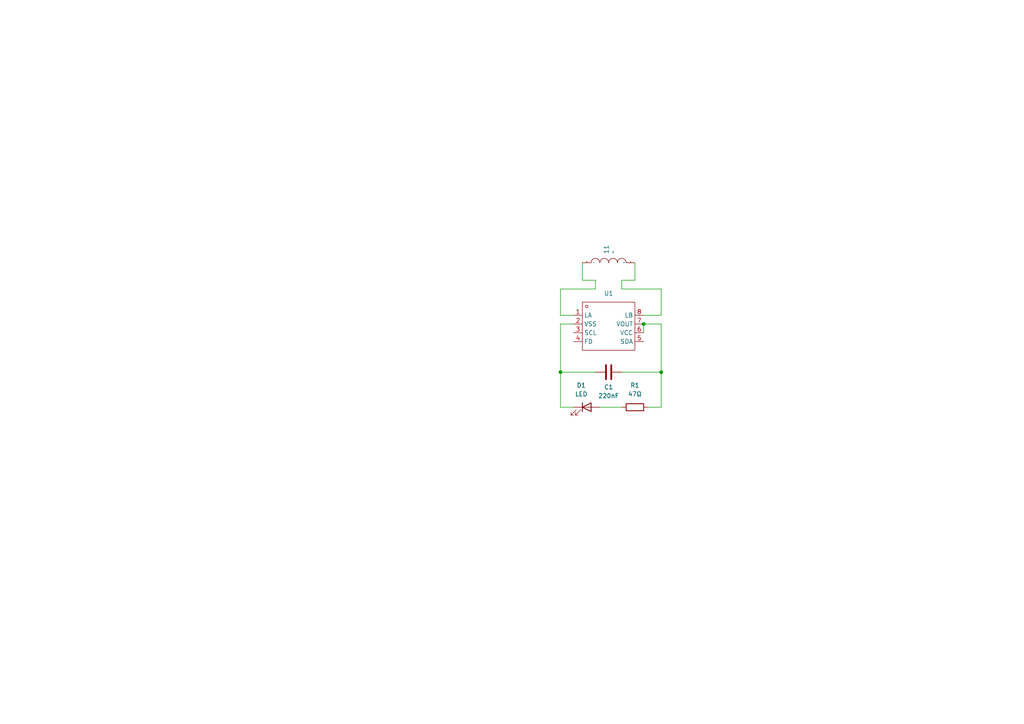
<source format=kicad_sch>
(kicad_sch (version 20231120) (generator "eeschema") (generator_version "8.0")
  (paper "A4")
  (lib_symbols
    (symbol "25X48MM_NFC_ANTENNA:25X48MM_NFC_ANTENNA"
      (symbol "25X48MM_NFC_ANTENNA_1_0"
        (arc (start 0 -5.08) (mid 1.27 -3.81) (end 0 -2.54))
        (arc (start 0 -2.54) (mid 1.27 -1.27) (end 0 0))
        (arc (start 0 0) (mid 1.27 1.27) (end 0 2.54))
        (arc (start 0 2.54) (mid 1.27 3.81) (end 0 5.08))
        (pin bidirectional line (at 0 7.62 270) (length 2.54) (name "P$1") (number "P$1"))
        (pin bidirectional line (at 0 -7.62 90) (length 2.54) (name "P$2") (number "P$2"))
      )
    )
    (symbol "Device:C" (pin_numbers hide) (pin_names (offset 0.254))
      (property "Reference" "C" (at 0.635 2.54 0))
      (property "Value" "C" (at 0.635 -2.54 0))
      (symbol "C_0_1"
        (polyline (pts (xy -2.032 -0.762) (xy 2.032 -0.762)) (stroke (width 0.508)))
        (polyline (pts (xy -2.032 0.762) (xy 2.032 0.762)) (stroke (width 0.508)))
      )
      (symbol "C_1_1"
        (pin passive line (at 0 3.81 270) (length 2.794) (name "~") (number "1"))
        (pin passive line (at 0 -3.81 90) (length 2.794) (name "~") (number "2"))
      )
    )
    (symbol "Device:LED" (pin_numbers hide) (pin_names (offset 1.016) hide)
      (property "Reference" "D" (at 0 2.54 0))
      (property "Value" "LED" (at 0 -2.54 0))
      (symbol "LED_0_1"
        (polyline (pts (xy -1.27 -1.27) (xy -1.27 1.27)) (stroke (width 0.254)))
        (polyline (pts (xy -1.27 0) (xy 1.27 0)))
        (polyline (pts (xy 1.27 -1.27) (xy 1.27 1.27) (xy -1.27 0) (xy 1.27 -1.27)) (stroke (width 0.254)))
        (polyline (pts (xy -3.048 -0.762) (xy -4.572 -2.286) (xy -3.81 -2.286) (xy -4.572 -2.286) (xy -4.572 -1.524)))
        (polyline (pts (xy -1.778 -0.762) (xy -3.302 -2.286) (xy -2.54 -2.286) (xy -3.302 -2.286) (xy -3.302 -1.524)))
      )
      (symbol "LED_1_1"
        (pin passive line (at -3.81 0 0) (length 2.54) (name "K") (number "1"))
        (pin passive line (at 3.81 0 180) (length 2.54) (name "A") (number "2"))
      )
    )
    (symbol "Device:R" (pin_numbers hide) (pin_names (offset 0))
      (property "Reference" "R" (at 2.032 0 90))
      (property "Value" "R" (at 0 0 90))
      (symbol "R_0_1"
        (rectangle (start -1.016 -2.54) (end 1.016 2.54) (stroke (width 0.254)))
      )
      (symbol "R_1_1"
        (pin passive line (at 0 3.81 270) (length 1.27) (name "~") (number "1"))
        (pin passive line (at 0 -3.81 90) (length 1.27) (name "~") (number "2"))
      )
    )
    (symbol "NT3H2111W0FHKH:NT3H2111W0FHKH"
      (property "Reference" "U" (at 0 0 0))
      (symbol "NT3H2111W0FHKH_1_0"
        (rectangle (start -7.62 -6.35) (end 7.62 7.62))
        (circle (center -6.35 6.35) (radius 0.381))
        (pin unspecified line (at -10.16 3.81 0) (length 2.54) (name "LA") (number "1"))
        (pin unspecified line (at -10.16 1.27 0) (length 2.54) (name "VSS") (number "2"))
        (pin unspecified line (at -10.16 -1.27 0) (length 2.54) (name "SCL") (number "3"))
        (pin unspecified line (at -10.16 -3.81 0) (length 2.54) (name "FD") (number "4"))
        (pin unspecified line (at 10.16 -3.81 180) (length 2.54) (name "SDA") (number "5"))
        (pin unspecified line (at 10.16 -1.27 180) (length 2.54) (name "VCC") (number "6"))
        (pin unspecified line (at 10.16 1.27 180) (length 2.54) (name "VOUT") (number "7"))
        (pin unspecified line (at 10.16 3.81 180) (length 2.54) (name "LB") (number "8"))
      )
    )
  )
  (junction (at 162.56 107.95))
  (junction (at 186.69 93.98))
  (junction (at 191.77 107.95))
  (wire (pts (xy 162.56 93.98) (xy 162.56 107.95)))
  (wire (pts (xy 162.56 118.11) (xy 166.37 118.11)))
  (wire (pts (xy 187.96 118.11) (xy 191.77 118.11)))
  (wire (pts (xy 191.77 83.82) (xy 191.77 91.44)))
  (wire (pts (xy 180.34 81.28) (xy 184.15 81.28)))
  (wire (pts (xy 172.72 81.28) (xy 172.72 83.82)))
  (wire (pts (xy 162.56 107.95) (xy 162.56 118.11)))
  (wire (pts (xy 162.56 83.82) (xy 162.56 91.44)))
  (wire (pts (xy 166.37 93.98) (xy 162.56 93.98)))
  (wire (pts (xy 184.15 81.28) (xy 184.15 76.2)))
  (wire (pts (xy 180.34 107.95) (xy 191.77 107.95)))
  (wire (pts (xy 162.56 107.95) (xy 172.72 107.95)))
  (wire (pts (xy 172.72 83.82) (xy 162.56 83.82)))
  (wire (pts (xy 162.56 91.44) (xy 166.37 91.44)))
  (wire (pts (xy 186.69 91.44) (xy 191.77 91.44)))
  (wire (pts (xy 191.77 93.98) (xy 191.77 107.95)))
  (wire (pts (xy 173.99 118.11) (xy 180.34 118.11)))
  (wire (pts (xy 180.34 81.28) (xy 180.34 83.82)))
  (wire (pts (xy 186.69 93.98) (xy 186.69 96.52)))
  (wire (pts (xy 172.72 81.28) (xy 168.91 81.28)))
  (wire (pts (xy 180.34 83.82) (xy 191.77 83.82)))
  (wire (pts (xy 186.69 93.98) (xy 191.77 93.98)))
  (wire (pts (xy 191.77 107.95) (xy 191.77 118.11)))
  (wire (pts (xy 168.91 81.28) (xy 168.91 76.2)))
  (symbol (lib_id "Device:R") (at 184.15 118.11 90) (unit 1)
    (property "Reference" "R1" (at 184.15 111.76 90))
    (property "Value" "47Ω" (at 184.15 114.3 90))
    (property "Footprint" "Resistor_SMD:R_0603_1608Metric" (effects (hide yes)))
    (property "Description" "Resistor" (effects (hide yes)))
  )
  (symbol (lib_id "Device:LED") (at 170.18 118.11 0) (unit 1)
    (property "Reference" "D1" (at 168.5925 111.76 0))
    (property "Value" "LED" (at 168.5925 114.3 0))
    (property "Footprint" "LED_SMD:LED_0805_2012Metric" (effects (hide yes)))
    (property "Description" "Light emitting diode" (effects (hide yes)))
  )
  (symbol (lib_id "25X48MM_NFC_ANTENNA:25X48MM_NFC_ANTENNA") (at 176.53 76.2 90) (unit 1)
    (property "Reference" "11" (at 175.8949 73.66 0) (effects (justify left)))
    (property "Value" "~" (at 177.8 73.66 0) (effects (justify left)))
    (property "Footprint" "Library:25X48MM_NFC_EXPOSED_ANTENNA" (effects (hide yes)))
  )
  (symbol (lib_id "NT3H2111W0FHKH:NT3H2111W0FHKH") (at 176.53 95.25 0) (unit 1)
    (property "Reference" "U1" (at 176.53 85.09 0))
    (property "Value" "13.56MHz" (effects (hide yes)))
    (property "Footprint" "Library:XQFN-8_L1.6-W1.6-P0.50-BL_NT3H2111W0FHKH" (effects (hide yes)))
    (property "Datasheet" "https://www.nxp.com/docs/en/data-sheet/NT3H2111_2211.pdf" (effects (hide yes)))
    (property "Description" "agreement:ISO 14443 interface type:I2C Frequency:13.56MHz Frequency:13.56MHz mains input:3.3V mains input:3.3V" (effects (hide yes)))
    (property "Manufacturer Part" "NT3H2111W0FHKH" (effects (hide yes)))
    (property "Manufacturer" "NXP(恩智浦)" (effects (hide yes)))
    (property "Supplier Part" "C710403" (effects (hide yes)))
    (property "Supplier" "LCSC" (effects (hide yes)))
    (property "LCSC Part Name" "NT3H2111W0FHKH" (effects (hide yes)))
  )
  (symbol (lib_id "Device:C") (at 176.53 107.95 90) (unit 1)
    (property "Reference" "C1" (at 176.53 112.268 90))
    (property "Value" "220nF" (at 176.53 114.808 90))
    (property "Footprint" "Capacitor_SMD:C_0603_1608Metric" (effects (hide yes)))
    (property "Description" "Unpolarized capacitor" (effects (hide yes)))
  )
)
</source>
